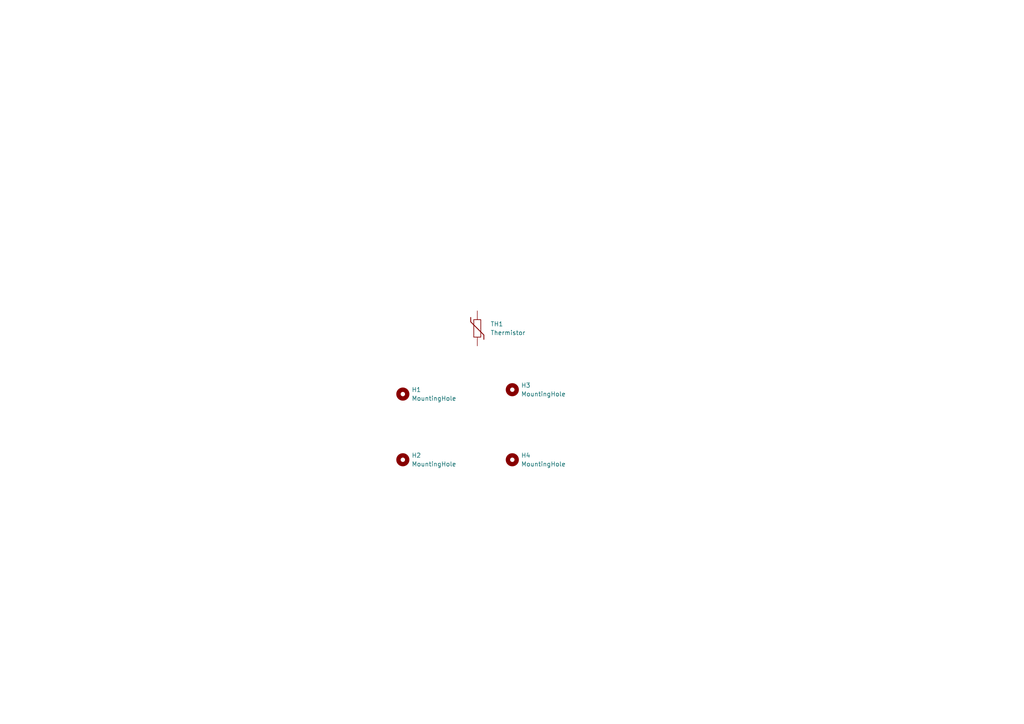
<source format=kicad_sch>
(kicad_sch (version 20211123) (generator eeschema)
  (paper "A4")
  (lib_symbols
    (symbol "Device:Thermistor" (pin_numbers hide) (pin_names (offset 0))
      (property "Reference" "TH" (at 2.54 1.27 90))
      (property "Value" "Thermistor" (at -2.54 0 90))
      (symbol "Thermistor_0_1"
        (rectangle (start -1.016 2.54) (end 1.016 -2.54) (stroke (width 0.2032)))
        (polyline (pts (xy -1.905 3.175) (xy -1.905 1.905) (xy 1.905 -1.905) (xy 1.905 -3.175) (xy 1.905 -3.175)) (stroke (width 0.254)))
      )
      (symbol "Thermistor_1_1"
        (pin passive line (at 0 5.08 270) (length 2.54) (name "~") (number "1"))
        (pin passive line (at 0 -5.08 90) (length 2.54) (name "~") (number "2"))
      )
    )
    (symbol "Mechanical:MountingHole" (pin_names (offset 1.016))
      (property "Reference" "H" (at 0 5.08 0))
      (property "Value" "MountingHole" (at 0 3.175 0))
      (symbol "MountingHole_0_1"
        (circle (center 0 0) (radius 1.27) (stroke (width 1.27)))
      )
    )
  )
  (symbol (lib_id "Mechanical:MountingHole") (at 116.84 114.3 0) (unit 1)
    (property "Reference" "H1" (at 119.38 113.0299 0) (effects (justify left)))
    (property "Value" "MountingHole" (at 119.38 115.5699 0) (effects (justify left)))
    (property "Footprint" "MountingHole:MountingHole_4.3mm_M4" (effects hide))
  )
  (symbol (lib_id "Mechanical:MountingHole") (at 116.84 133.35 0) (unit 1)
    (property "Reference" "H2" (at 119.38 132.0799 0) (effects (justify left)))
    (property "Value" "MountingHole" (at 119.38 134.6199 0) (effects (justify left)))
    (property "Footprint" "MountingHole:MountingHole_4.3mm_M4" (effects hide))
  )
  (symbol (lib_id "Mechanical:MountingHole") (at 148.59 113.03 0) (unit 1)
    (property "Reference" "H3" (at 151.13 111.7599 0) (effects (justify left)))
    (property "Value" "MountingHole" (at 151.13 114.2999 0) (effects (justify left)))
    (property "Footprint" "MountingHole:MountingHole_4.3mm_M4" (effects hide))
  )
  (symbol (lib_id "Device:Thermistor") (at 138.43 95.25 0) (unit 1)
    (property "Reference" "TH1" (at 142.24 93.9799 0) (effects (justify left)))
    (property "Value" "Thermistor" (at 142.24 96.5199 0) (effects (justify left)))
    (property "Footprint" "Resistor_SMD:R_0201_0603Metric_Pad0.64x0.40mm_HandSolder" (effects hide))
  )
  (symbol (lib_id "Mechanical:MountingHole") (at 148.59 133.35 0) (unit 1)
    (property "Reference" "H4" (at 151.13 132.0799 0) (effects (justify left)))
    (property "Value" "MountingHole" (at 151.13 134.6199 0) (effects (justify left)))
    (property "Footprint" "MountingHole:MountingHole_4.3mm_M4" (effects hide))
  )
)
</source>
